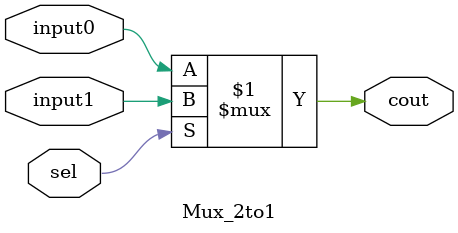
<source format=v>
module Mux_2to1( input1, input0, sel, cout ) ;
	output cout ;
	input input1, input0, sel ;
	
	assign cout = sel ? input1 : input0 ;
	
endmodule
</source>
